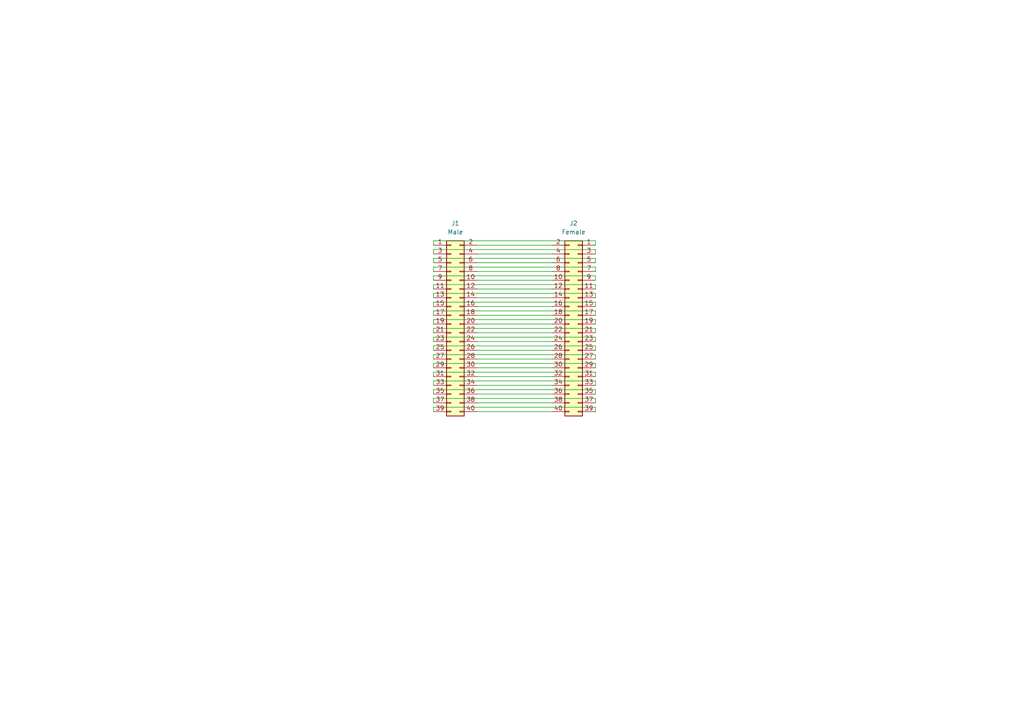
<source format=kicad_sch>
(kicad_sch (version 20230121) (generator eeschema)
  (paper "A4")
  (lib_symbols
    (symbol "Connector_Generic:Conn_02x20_Odd_Even" (pin_names (offset 1.016) hide)
      (property "Reference" "J" (at 1.27 25.4 0))
      (property "Value" "Conn_02x20_Odd_Even" (at 1.27 -27.94 0))
      (symbol "Conn_02x20_Odd_Even_1_1"
        (rectangle (start -1.27 -25.273) (end 0 -25.527) (stroke (width 0.1524)))
        (rectangle (start -1.27 -22.733) (end 0 -22.987) (stroke (width 0.1524)))
        (rectangle (start -1.27 -20.193) (end 0 -20.447) (stroke (width 0.1524)))
        (rectangle (start -1.27 -17.653) (end 0 -17.907) (stroke (width 0.1524)))
        (rectangle (start -1.27 -15.113) (end 0 -15.367) (stroke (width 0.1524)))
        (rectangle (start -1.27 -12.573) (end 0 -12.827) (stroke (width 0.1524)))
        (rectangle (start -1.27 -10.033) (end 0 -10.287) (stroke (width 0.1524)))
        (rectangle (start -1.27 -7.493) (end 0 -7.747) (stroke (width 0.1524)))
        (rectangle (start -1.27 -4.953) (end 0 -5.207) (stroke (width 0.1524)))
        (rectangle (start -1.27 -2.413) (end 0 -2.667) (stroke (width 0.1524)))
        (rectangle (start -1.27 0.127) (end 0 -0.127) (stroke (width 0.1524)))
        (rectangle (start -1.27 2.667) (end 0 2.413) (stroke (width 0.1524)))
        (rectangle (start -1.27 5.207) (end 0 4.953) (stroke (width 0.1524)))
        (rectangle (start -1.27 7.747) (end 0 7.493) (stroke (width 0.1524)))
        (rectangle (start -1.27 10.287) (end 0 10.033) (stroke (width 0.1524)))
        (rectangle (start -1.27 12.827) (end 0 12.573) (stroke (width 0.1524)))
        (rectangle (start -1.27 15.367) (end 0 15.113) (stroke (width 0.1524)))
        (rectangle (start -1.27 17.907) (end 0 17.653) (stroke (width 0.1524)))
        (rectangle (start -1.27 20.447) (end 0 20.193) (stroke (width 0.1524)))
        (rectangle (start -1.27 22.987) (end 0 22.733) (stroke (width 0.1524)))
        (rectangle (start -1.27 24.13) (end 3.81 -26.67) (stroke (width 0.254)) (fill (type background)))
        (rectangle (start 3.81 -25.273) (end 2.54 -25.527) (stroke (width 0.1524)))
        (rectangle (start 3.81 -22.733) (end 2.54 -22.987) (stroke (width 0.1524)))
        (rectangle (start 3.81 -20.193) (end 2.54 -20.447) (stroke (width 0.1524)))
        (rectangle (start 3.81 -17.653) (end 2.54 -17.907) (stroke (width 0.1524)))
        (rectangle (start 3.81 -15.113) (end 2.54 -15.367) (stroke (width 0.1524)))
        (rectangle (start 3.81 -12.573) (end 2.54 -12.827) (stroke (width 0.1524)))
        (rectangle (start 3.81 -10.033) (end 2.54 -10.287) (stroke (width 0.1524)))
        (rectangle (start 3.81 -7.493) (end 2.54 -7.747) (stroke (width 0.1524)))
        (rectangle (start 3.81 -4.953) (end 2.54 -5.207) (stroke (width 0.1524)))
        (rectangle (start 3.81 -2.413) (end 2.54 -2.667) (stroke (width 0.1524)))
        (rectangle (start 3.81 0.127) (end 2.54 -0.127) (stroke (width 0.1524)))
        (rectangle (start 3.81 2.667) (end 2.54 2.413) (stroke (width 0.1524)))
        (rectangle (start 3.81 5.207) (end 2.54 4.953) (stroke (width 0.1524)))
        (rectangle (start 3.81 7.747) (end 2.54 7.493) (stroke (width 0.1524)))
        (rectangle (start 3.81 10.287) (end 2.54 10.033) (stroke (width 0.1524)))
        (rectangle (start 3.81 12.827) (end 2.54 12.573) (stroke (width 0.1524)))
        (rectangle (start 3.81 15.367) (end 2.54 15.113) (stroke (width 0.1524)))
        (rectangle (start 3.81 17.907) (end 2.54 17.653) (stroke (width 0.1524)))
        (rectangle (start 3.81 20.447) (end 2.54 20.193) (stroke (width 0.1524)))
        (rectangle (start 3.81 22.987) (end 2.54 22.733) (stroke (width 0.1524)))
        (pin passive line (at -5.08 22.86 0) (length 3.81) (name "Pin_1") (number "1"))
        (pin passive line (at 7.62 12.7 180) (length 3.81) (name "Pin_10") (number "10"))
        (pin passive line (at -5.08 10.16 0) (length 3.81) (name "Pin_11") (number "11"))
        (pin passive line (at 7.62 10.16 180) (length 3.81) (name "Pin_12") (number "12"))
        (pin passive line (at -5.08 7.62 0) (length 3.81) (name "Pin_13") (number "13"))
        (pin passive line (at 7.62 7.62 180) (length 3.81) (name "Pin_14") (number "14"))
        (pin passive line (at -5.08 5.08 0) (length 3.81) (name "Pin_15") (number "15"))
        (pin passive line (at 7.62 5.08 180) (length 3.81) (name "Pin_16") (number "16"))
        (pin passive line (at -5.08 2.54 0) (length 3.81) (name "Pin_17") (number "17"))
        (pin passive line (at 7.62 2.54 180) (length 3.81) (name "Pin_18") (number "18"))
        (pin passive line (at -5.08 0 0) (length 3.81) (name "Pin_19") (number "19"))
        (pin passive line (at 7.62 22.86 180) (length 3.81) (name "Pin_2") (number "2"))
        (pin passive line (at 7.62 0 180) (length 3.81) (name "Pin_20") (number "20"))
        (pin passive line (at -5.08 -2.54 0) (length 3.81) (name "Pin_21") (number "21"))
        (pin passive line (at 7.62 -2.54 180) (length 3.81) (name "Pin_22") (number "22"))
        (pin passive line (at -5.08 -5.08 0) (length 3.81) (name "Pin_23") (number "23"))
        (pin passive line (at 7.62 -5.08 180) (length 3.81) (name "Pin_24") (number "24"))
        (pin passive line (at -5.08 -7.62 0) (length 3.81) (name "Pin_25") (number "25"))
        (pin passive line (at 7.62 -7.62 180) (length 3.81) (name "Pin_26") (number "26"))
        (pin passive line (at -5.08 -10.16 0) (length 3.81) (name "Pin_27") (number "27"))
        (pin passive line (at 7.62 -10.16 180) (length 3.81) (name "Pin_28") (number "28"))
        (pin passive line (at -5.08 -12.7 0) (length 3.81) (name "Pin_29") (number "29"))
        (pin passive line (at -5.08 20.32 0) (length 3.81) (name "Pin_3") (number "3"))
        (pin passive line (at 7.62 -12.7 180) (length 3.81) (name "Pin_30") (number "30"))
        (pin passive line (at -5.08 -15.24 0) (length 3.81) (name "Pin_31") (number "31"))
        (pin passive line (at 7.62 -15.24 180) (length 3.81) (name "Pin_32") (number "32"))
        (pin passive line (at -5.08 -17.78 0) (length 3.81) (name "Pin_33") (number "33"))
        (pin passive line (at 7.62 -17.78 180) (length 3.81) (name "Pin_34") (number "34"))
        (pin passive line (at -5.08 -20.32 0) (length 3.81) (name "Pin_35") (number "35"))
        (pin passive line (at 7.62 -20.32 180) (length 3.81) (name "Pin_36") (number "36"))
        (pin passive line (at -5.08 -22.86 0) (length 3.81) (name "Pin_37") (number "37"))
        (pin passive line (at 7.62 -22.86 180) (length 3.81) (name "Pin_38") (number "38"))
        (pin passive line (at -5.08 -25.4 0) (length 3.81) (name "Pin_39") (number "39"))
        (pin passive line (at 7.62 20.32 180) (length 3.81) (name "Pin_4") (number "4"))
        (pin passive line (at 7.62 -25.4 180) (length 3.81) (name "Pin_40") (number "40"))
        (pin passive line (at -5.08 17.78 0) (length 3.81) (name "Pin_5") (number "5"))
        (pin passive line (at 7.62 17.78 180) (length 3.81) (name "Pin_6") (number "6"))
        (pin passive line (at -5.08 15.24 0) (length 3.81) (name "Pin_7") (number "7"))
        (pin passive line (at 7.62 15.24 180) (length 3.81) (name "Pin_8") (number "8"))
        (pin passive line (at -5.08 12.7 0) (length 3.81) (name "Pin_9") (number "9"))
      )
    )
  )
  (wire (pts (xy 138.43 88.9) (xy 160.02 88.9)))
  (wire (pts (xy 172.72 80.01) (xy 125.73 80.01)))
  (wire (pts (xy 172.72 96.52) (xy 172.72 95.25)))
  (wire (pts (xy 172.72 116.84) (xy 172.72 115.57)))
  (wire (pts (xy 172.72 109.22) (xy 172.72 107.95)))
  (wire (pts (xy 138.43 99.06) (xy 160.02 99.06)))
  (wire (pts (xy 138.43 81.28) (xy 160.02 81.28)))
  (wire (pts (xy 172.72 76.2) (xy 172.72 74.93)))
  (wire (pts (xy 172.72 92.71) (xy 125.73 92.71)))
  (wire (pts (xy 172.72 82.55) (xy 125.73 82.55)))
  (wire (pts (xy 125.73 90.17) (xy 125.73 91.44)))
  (wire (pts (xy 172.72 114.3) (xy 172.72 113.03)))
  (wire (pts (xy 172.72 81.28) (xy 172.72 80.01)))
  (wire (pts (xy 138.43 104.14) (xy 160.02 104.14)))
  (wire (pts (xy 172.72 99.06) (xy 172.72 97.79)))
  (wire (pts (xy 125.73 92.71) (xy 125.73 93.98)))
  (wire (pts (xy 172.72 74.93) (xy 125.73 74.93)))
  (wire (pts (xy 125.73 72.39) (xy 125.73 73.66)))
  (wire (pts (xy 172.72 71.12) (xy 172.72 69.85)))
  (wire (pts (xy 172.72 72.39) (xy 125.73 72.39)))
  (wire (pts (xy 172.72 110.49) (xy 125.73 110.49)))
  (wire (pts (xy 172.72 100.33) (xy 125.73 100.33)))
  (wire (pts (xy 138.43 86.36) (xy 160.02 86.36)))
  (wire (pts (xy 138.43 101.6) (xy 160.02 101.6)))
  (wire (pts (xy 125.73 69.85) (xy 125.73 71.12)))
  (wire (pts (xy 172.72 86.36) (xy 172.72 85.09)))
  (wire (pts (xy 125.73 82.55) (xy 125.73 83.82)))
  (wire (pts (xy 138.43 73.66) (xy 160.02 73.66)))
  (wire (pts (xy 172.72 107.95) (xy 125.73 107.95)))
  (wire (pts (xy 172.72 90.17) (xy 125.73 90.17)))
  (wire (pts (xy 125.73 110.49) (xy 125.73 111.76)))
  (wire (pts (xy 172.72 69.85) (xy 125.73 69.85)))
  (wire (pts (xy 172.72 83.82) (xy 172.72 82.55)))
  (wire (pts (xy 172.72 106.68) (xy 172.72 105.41)))
  (wire (pts (xy 172.72 73.66) (xy 172.72 72.39)))
  (wire (pts (xy 138.43 91.44) (xy 160.02 91.44)))
  (wire (pts (xy 125.73 102.87) (xy 125.73 104.14)))
  (wire (pts (xy 138.43 78.74) (xy 160.02 78.74)))
  (wire (pts (xy 172.72 97.79) (xy 125.73 97.79)))
  (wire (pts (xy 125.73 85.09) (xy 125.73 86.36)))
  (wire (pts (xy 138.43 106.68) (xy 160.02 106.68)))
  (wire (pts (xy 172.72 115.57) (xy 125.73 115.57)))
  (wire (pts (xy 138.43 93.98) (xy 160.02 93.98)))
  (wire (pts (xy 172.72 113.03) (xy 125.73 113.03)))
  (wire (pts (xy 125.73 107.95) (xy 125.73 109.22)))
  (wire (pts (xy 172.72 105.41) (xy 125.73 105.41)))
  (wire (pts (xy 172.72 88.9) (xy 172.72 87.63)))
  (wire (pts (xy 138.43 109.22) (xy 160.02 109.22)))
  (wire (pts (xy 172.72 104.14) (xy 172.72 102.87)))
  (wire (pts (xy 172.72 91.44) (xy 172.72 90.17)))
  (wire (pts (xy 125.73 100.33) (xy 125.73 101.6)))
  (wire (pts (xy 172.72 77.47) (xy 125.73 77.47)))
  (wire (pts (xy 125.73 80.01) (xy 125.73 81.28)))
  (wire (pts (xy 125.73 95.25) (xy 125.73 96.52)))
  (wire (pts (xy 125.73 105.41) (xy 125.73 106.68)))
  (wire (pts (xy 125.73 97.79) (xy 125.73 99.06)))
  (wire (pts (xy 125.73 115.57) (xy 125.73 116.84)))
  (wire (pts (xy 138.43 116.84) (xy 160.02 116.84)))
  (wire (pts (xy 172.72 78.74) (xy 172.72 77.47)))
  (wire (pts (xy 138.43 114.3) (xy 160.02 114.3)))
  (wire (pts (xy 138.43 111.76) (xy 160.02 111.76)))
  (wire (pts (xy 138.43 96.52) (xy 160.02 96.52)))
  (wire (pts (xy 172.72 102.87) (xy 125.73 102.87)))
  (wire (pts (xy 172.72 87.63) (xy 125.73 87.63)))
  (wire (pts (xy 125.73 74.93) (xy 125.73 76.2)))
  (wire (pts (xy 138.43 76.2) (xy 160.02 76.2)))
  (wire (pts (xy 172.72 95.25) (xy 125.73 95.25)))
  (wire (pts (xy 138.43 83.82) (xy 160.02 83.82)))
  (wire (pts (xy 172.72 85.09) (xy 125.73 85.09)))
  (wire (pts (xy 125.73 77.47) (xy 125.73 78.74)))
  (wire (pts (xy 125.73 87.63) (xy 125.73 88.9)))
  (wire (pts (xy 125.73 119.38) (xy 125.73 118.11)))
  (wire (pts (xy 172.72 93.98) (xy 172.72 92.71)))
  (wire (pts (xy 138.43 71.12) (xy 160.02 71.12)))
  (wire (pts (xy 172.72 118.11) (xy 172.72 119.38)))
  (wire (pts (xy 138.43 119.38) (xy 160.02 119.38)))
  (wire (pts (xy 172.72 111.76) (xy 172.72 110.49)))
  (wire (pts (xy 125.73 118.11) (xy 172.72 118.11)))
  (wire (pts (xy 125.73 113.03) (xy 125.73 114.3)))
  (wire (pts (xy 172.72 101.6) (xy 172.72 100.33)))
  (symbol (lib_id "Connector_Generic:Conn_02x20_Odd_Even") (at 130.81 93.98 0) (unit 1)
    (property "Reference" "J1" (at 132.08 64.77 0))
    (property "Value" "Male" (at 132.08 67.31 0))
    (property "Footprint" "Connector_PinHeader_2.54mm:PinHeader_2x20_P2.54mm_Horizontal" (effects hide))
    (property "Datasheet" "https://datasheet.lcsc.com/lcsc/2306091006_HCTL-PZ254-2-20-W-8-5_C2895000.pdf" (effects hide))
    (property "LCSC" "C2895000" (effects hide))
  )
  (symbol (lib_id "Connector_Generic:Conn_02x20_Odd_Even") (at 167.64 93.98 0) (mirror y) (unit 1)
    (property "Reference" "J2" (at 166.37 64.77 0))
    (property "Value" "Female" (at 166.37 67.31 0))
    (property "Footprint" "Connector_PinSocket_2.54mm:PinSocket_2x20_P2.54mm_Horizontal" (effects hide))
    (property "Datasheet" "https://datasheet.lcsc.com/lcsc/2306091006_HCTL-PM254-2-20-W-8-5_C2897440.pdf" (effects hide))
    (property "LCSC" "C2897440" (effects hide))
  )
)
</source>
